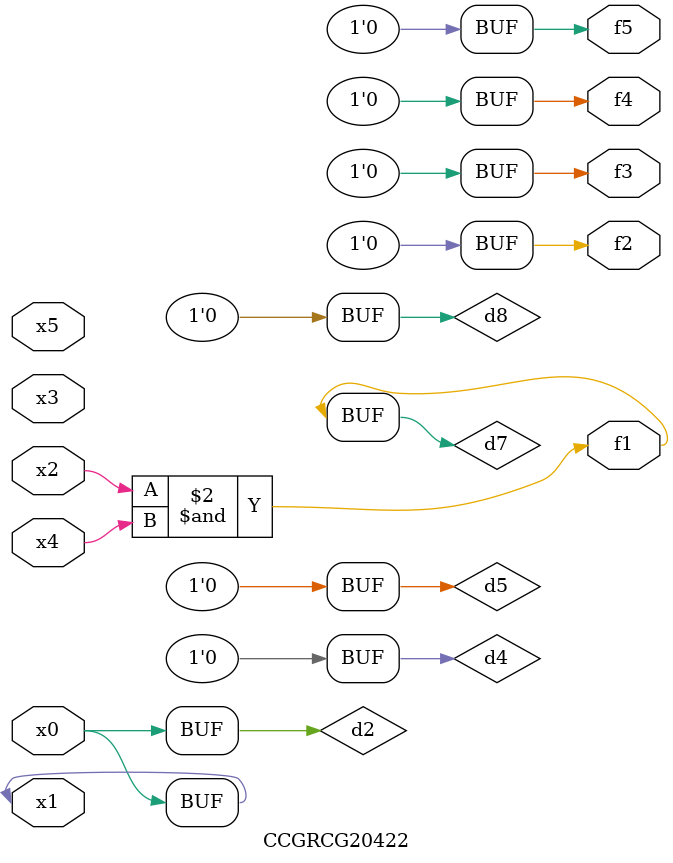
<source format=v>
module CCGRCG20422(
	input x0, x1, x2, x3, x4, x5,
	output f1, f2, f3, f4, f5
);

	wire d1, d2, d3, d4, d5, d6, d7, d8, d9;

	nand (d1, x1);
	buf (d2, x0, x1);
	nand (d3, x2, x4);
	and (d4, d1, d2);
	and (d5, d1, d2);
	nand (d6, d1, d3);
	not (d7, d3);
	xor (d8, d5);
	nor (d9, d5, d6);
	assign f1 = d7;
	assign f2 = d8;
	assign f3 = d8;
	assign f4 = d8;
	assign f5 = d8;
endmodule

</source>
